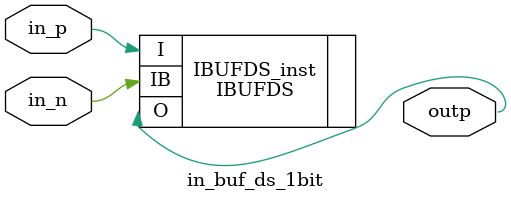
<source format=v>
`timescale 1ns / 1ps


module in_buf_ds_1bit(
    input in_p,
    input in_n,
    output outp
    );
    IBUFDS #(
         .DIFF_TERM("TRUE"),       // Differential Termination
         .IBUF_LOW_PWR("FALSE"),     // Low power="TRUE", Highest performance="FALSE" 
         .IOSTANDARD("DEFAULT")     // Specify the input I/O standard
      ) IBUFDS_inst (
         .O(outp),  // Buffer output
         .I(in_p),  // Diff_p buffer input (connect directly to top-level port)
         .IB(in_n) // Diff_n buffer input (connect directly to top-level port)
      );
   
    
endmodule

</source>
